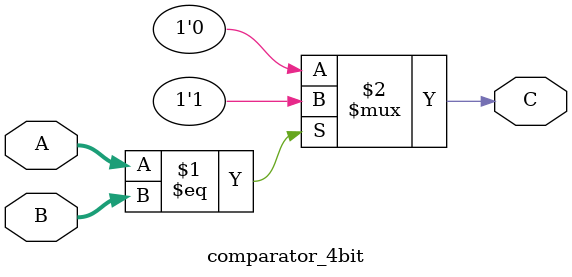
<source format=v>
module comparator_4bit(
    input [3:0] A,
    input [3:0] B,
    output C
);
   assign C = (A==B) ? 1'b1 : 1'b0;

endmodule
</source>
